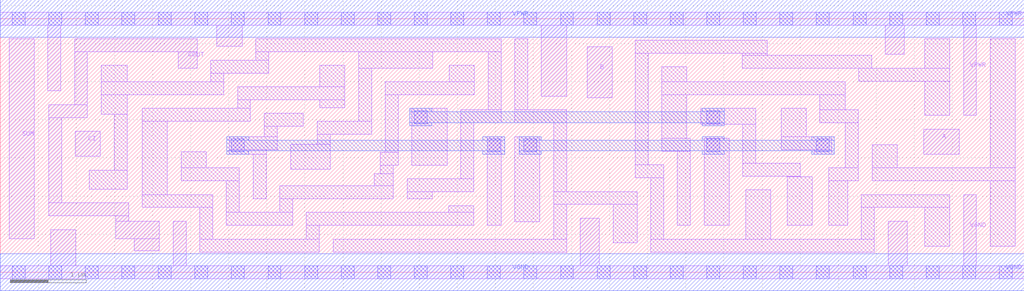
<source format=lef>
# Copyright 2020 The SkyWater PDK Authors
#
# Licensed under the Apache License, Version 2.0 (the "License");
# you may not use this file except in compliance with the License.
# You may obtain a copy of the License at
#
#     https://www.apache.org/licenses/LICENSE-2.0
#
# Unless required by applicable law or agreed to in writing, software
# distributed under the License is distributed on an "AS IS" BASIS,
# WITHOUT WARRANTIES OR CONDITIONS OF ANY KIND, either express or implied.
# See the License for the specific language governing permissions and
# limitations under the License.
#
# SPDX-License-Identifier: Apache-2.0

VERSION 5.7 ;
  NAMESCASESENSITIVE ON ;
  NOWIREEXTENSIONATPIN ON ;
  DIVIDERCHAR "/" ;
  BUSBITCHARS "[]" ;
UNITS
  DATABASE MICRONS 200 ;
END UNITS
MACRO sky130_fd_sc_lp__fah_1
  CLASS CORE ;
  SOURCE USER ;
  FOREIGN sky130_fd_sc_lp__fah_1 ;
  ORIGIN  0.000000  0.000000 ;
  SIZE  13.44000 BY  3.330000 ;
  SYMMETRY X Y R90 ;
  SITE unit ;
  PIN A
    ANTENNAGATEAREA  0.492000 ;
    DIRECTION INPUT ;
    USE SIGNAL ;
    PORT
      LAYER li1 ;
        RECT 12.125000 1.550000 12.590000 1.880000 ;
    END
  END A
  PIN B
    ANTENNAGATEAREA  0.759000 ;
    DIRECTION INPUT ;
    USE SIGNAL ;
    PORT
      LAYER li1 ;
        RECT 7.705000 2.290000 8.035000 2.960000 ;
    END
  END B
  PIN CI
    ANTENNAGATEAREA  0.246000 ;
    DIRECTION INPUT ;
    USE SIGNAL ;
    PORT
      LAYER li1 ;
        RECT 0.985000 1.520000 1.315000 1.850000 ;
    END
  END CI
  PIN COUT
    ANTENNADIFFAREA  0.598500 ;
    DIRECTION OUTPUT ;
    USE SIGNAL ;
    PORT
      LAYER li1 ;
        RECT 0.635000 0.740000 1.685000 0.910000 ;
        RECT 0.635000 0.910000 0.805000 2.030000 ;
        RECT 0.635000 2.030000 1.145000 2.200000 ;
        RECT 0.975000 2.200000 1.145000 2.895000 ;
        RECT 0.975000 2.895000 2.585000 3.065000 ;
        RECT 1.515000 0.440000 2.090000 0.670000 ;
        RECT 1.515000 0.670000 1.685000 0.740000 ;
        RECT 1.760000 0.280000 2.090000 0.440000 ;
        RECT 2.335000 2.680000 2.585000 2.895000 ;
    END
  END COUT
  PIN SUM
    ANTENNADIFFAREA  0.598500 ;
    DIRECTION OUTPUT ;
    USE SIGNAL ;
    PORT
      LAYER li1 ;
        RECT 0.115000 0.440000 0.445000 3.065000 ;
    END
  END SUM
  PIN VGND
    DIRECTION INOUT ;
    USE GROUND ;
    PORT
      LAYER li1 ;
        RECT  0.000000 -0.085000 13.440000 0.085000 ;
        RECT  0.660000  0.085000  0.990000 0.560000 ;
        RECT  2.270000  0.085000  2.440000 0.670000 ;
        RECT  7.615000  0.085000  7.865000 0.710000 ;
        RECT 11.655000  0.085000 11.905000 0.670000 ;
        RECT 12.645000  0.085000 12.815000 1.020000 ;
      LAYER mcon ;
        RECT  0.155000 -0.085000  0.325000 0.085000 ;
        RECT  0.635000 -0.085000  0.805000 0.085000 ;
        RECT  1.115000 -0.085000  1.285000 0.085000 ;
        RECT  1.595000 -0.085000  1.765000 0.085000 ;
        RECT  2.075000 -0.085000  2.245000 0.085000 ;
        RECT  2.555000 -0.085000  2.725000 0.085000 ;
        RECT  3.035000 -0.085000  3.205000 0.085000 ;
        RECT  3.515000 -0.085000  3.685000 0.085000 ;
        RECT  3.995000 -0.085000  4.165000 0.085000 ;
        RECT  4.475000 -0.085000  4.645000 0.085000 ;
        RECT  4.955000 -0.085000  5.125000 0.085000 ;
        RECT  5.435000 -0.085000  5.605000 0.085000 ;
        RECT  5.915000 -0.085000  6.085000 0.085000 ;
        RECT  6.395000 -0.085000  6.565000 0.085000 ;
        RECT  6.875000 -0.085000  7.045000 0.085000 ;
        RECT  7.355000 -0.085000  7.525000 0.085000 ;
        RECT  7.835000 -0.085000  8.005000 0.085000 ;
        RECT  8.315000 -0.085000  8.485000 0.085000 ;
        RECT  8.795000 -0.085000  8.965000 0.085000 ;
        RECT  9.275000 -0.085000  9.445000 0.085000 ;
        RECT  9.755000 -0.085000  9.925000 0.085000 ;
        RECT 10.235000 -0.085000 10.405000 0.085000 ;
        RECT 10.715000 -0.085000 10.885000 0.085000 ;
        RECT 11.195000 -0.085000 11.365000 0.085000 ;
        RECT 11.675000 -0.085000 11.845000 0.085000 ;
        RECT 12.155000 -0.085000 12.325000 0.085000 ;
        RECT 12.635000 -0.085000 12.805000 0.085000 ;
        RECT 13.115000 -0.085000 13.285000 0.085000 ;
      LAYER met1 ;
        RECT 0.000000 -0.245000 13.440000 0.245000 ;
    END
  END VGND
  PIN VPWR
    DIRECTION INOUT ;
    USE POWER ;
    PORT
      LAYER li1 ;
        RECT  0.000000 3.245000 13.440000 3.415000 ;
        RECT  0.625000 2.380000  0.795000 3.245000 ;
        RECT  2.845000 2.965000  3.175000 3.245000 ;
        RECT  7.105000 2.310000  7.435000 3.245000 ;
        RECT 11.620000 2.860000 11.870000 3.245000 ;
        RECT 12.645000 2.060000 12.815000 3.245000 ;
      LAYER mcon ;
        RECT  0.155000 3.245000  0.325000 3.415000 ;
        RECT  0.635000 3.245000  0.805000 3.415000 ;
        RECT  1.115000 3.245000  1.285000 3.415000 ;
        RECT  1.595000 3.245000  1.765000 3.415000 ;
        RECT  2.075000 3.245000  2.245000 3.415000 ;
        RECT  2.555000 3.245000  2.725000 3.415000 ;
        RECT  3.035000 3.245000  3.205000 3.415000 ;
        RECT  3.515000 3.245000  3.685000 3.415000 ;
        RECT  3.995000 3.245000  4.165000 3.415000 ;
        RECT  4.475000 3.245000  4.645000 3.415000 ;
        RECT  4.955000 3.245000  5.125000 3.415000 ;
        RECT  5.435000 3.245000  5.605000 3.415000 ;
        RECT  5.915000 3.245000  6.085000 3.415000 ;
        RECT  6.395000 3.245000  6.565000 3.415000 ;
        RECT  6.875000 3.245000  7.045000 3.415000 ;
        RECT  7.355000 3.245000  7.525000 3.415000 ;
        RECT  7.835000 3.245000  8.005000 3.415000 ;
        RECT  8.315000 3.245000  8.485000 3.415000 ;
        RECT  8.795000 3.245000  8.965000 3.415000 ;
        RECT  9.275000 3.245000  9.445000 3.415000 ;
        RECT  9.755000 3.245000  9.925000 3.415000 ;
        RECT 10.235000 3.245000 10.405000 3.415000 ;
        RECT 10.715000 3.245000 10.885000 3.415000 ;
        RECT 11.195000 3.245000 11.365000 3.415000 ;
        RECT 11.675000 3.245000 11.845000 3.415000 ;
        RECT 12.155000 3.245000 12.325000 3.415000 ;
        RECT 12.635000 3.245000 12.805000 3.415000 ;
        RECT 13.115000 3.245000 13.285000 3.415000 ;
      LAYER met1 ;
        RECT 0.000000 3.085000 13.440000 3.575000 ;
    END
  END VPWR
  OBS
    LAYER li1 ;
      RECT  1.170000 1.090000  1.665000 1.340000 ;
      RECT  1.325000 2.075000  1.665000 2.330000 ;
      RECT  1.325000 2.330000  2.935000 2.500000 ;
      RECT  1.325000 2.500000  1.665000 2.715000 ;
      RECT  1.495000 1.340000  1.665000 2.075000 ;
      RECT  1.865000 0.850000  2.790000 1.020000 ;
      RECT  1.865000 1.020000  2.195000 1.980000 ;
      RECT  1.865000 1.980000  3.285000 2.150000 ;
      RECT  2.375000 1.200000  3.140000 1.370000 ;
      RECT  2.375000 1.370000  2.705000 1.580000 ;
      RECT  2.620000 0.265000  4.190000 0.435000 ;
      RECT  2.620000 0.435000  2.790000 0.850000 ;
      RECT  2.765000 2.500000  2.935000 2.615000 ;
      RECT  2.765000 2.615000  3.525000 2.785000 ;
      RECT  2.970000 0.615000  3.840000 0.785000 ;
      RECT  2.970000 0.785000  3.140000 1.200000 ;
      RECT  3.005000 1.550000  3.490000 1.610000 ;
      RECT  3.005000 1.610000  3.635000 1.780000 ;
      RECT  3.115000 2.150000  3.285000 2.265000 ;
      RECT  3.115000 2.265000  4.525000 2.435000 ;
      RECT  3.320000 0.965000  3.490000 1.550000 ;
      RECT  3.355000 2.785000  3.525000 2.895000 ;
      RECT  3.355000 2.895000  6.575000 3.065000 ;
      RECT  3.465000 1.780000  3.635000 1.915000 ;
      RECT  3.465000 1.915000  3.980000 2.085000 ;
      RECT  3.670000 0.785000  3.840000 0.965000 ;
      RECT  3.670000 0.965000  5.160000 1.135000 ;
      RECT  3.815000 1.350000  4.330000 1.680000 ;
      RECT  4.020000 0.435000  4.190000 0.615000 ;
      RECT  4.020000 0.615000  6.215000 0.785000 ;
      RECT  4.160000 1.680000  4.330000 1.810000 ;
      RECT  4.160000 1.810000  4.875000 1.980000 ;
      RECT  4.195000 2.160000  4.525000 2.265000 ;
      RECT  4.195000 2.435000  4.525000 2.715000 ;
      RECT  4.370000 0.265000  7.435000 0.435000 ;
      RECT  4.705000 1.980000  4.875000 2.680000 ;
      RECT  4.705000 2.680000  5.680000 2.895000 ;
      RECT  4.910000 1.135000  5.160000 1.295000 ;
      RECT  4.990000 1.295000  5.160000 1.405000 ;
      RECT  4.990000 1.405000  5.225000 1.575000 ;
      RECT  5.055000 1.575000  5.225000 2.330000 ;
      RECT  5.055000 2.330000  6.225000 2.500000 ;
      RECT  5.340000 0.965000  5.670000 1.055000 ;
      RECT  5.340000 1.055000  6.215000 1.225000 ;
      RECT  5.405000 1.405000  5.865000 2.150000 ;
      RECT  5.885000 0.785000  6.215000 0.875000 ;
      RECT  5.895000 2.500000  6.225000 2.715000 ;
      RECT  6.045000 1.225000  6.215000 1.960000 ;
      RECT  6.045000 1.960000  6.575000 2.130000 ;
      RECT  6.395000 0.615000  6.575000 1.780000 ;
      RECT  6.405000 2.130000  6.575000 2.895000 ;
      RECT  6.755000 0.665000  7.085000 1.780000 ;
      RECT  6.755000 1.960000  7.435000 2.130000 ;
      RECT  6.755000 2.130000  6.925000 3.065000 ;
      RECT  7.265000 0.435000  7.435000 0.890000 ;
      RECT  7.265000 0.890000  8.360000 1.060000 ;
      RECT  7.265000 1.060000  7.435000 1.960000 ;
      RECT  8.045000 0.390000  8.360000 0.890000 ;
      RECT  8.335000 1.240000  8.710000 1.410000 ;
      RECT  8.335000 1.410000  8.505000 2.875000 ;
      RECT  8.335000 2.875000 10.070000 3.045000 ;
      RECT  8.540000 0.265000 11.475000 0.435000 ;
      RECT  8.540000 0.435000  8.710000 1.240000 ;
      RECT  8.685000 1.590000  9.060000 1.760000 ;
      RECT  8.685000 1.760000  9.015000 2.330000 ;
      RECT  8.685000 2.330000 11.090000 2.500000 ;
      RECT  8.685000 2.500000  9.015000 2.695000 ;
      RECT  8.890000 0.615000  9.060000 1.590000 ;
      RECT  9.195000 1.940000  9.920000 2.150000 ;
      RECT  9.240000 0.615000  9.570000 1.760000 ;
      RECT  9.740000 2.680000 11.440000 2.850000 ;
      RECT  9.740000 2.850000 10.070000 2.875000 ;
      RECT  9.750000 1.260000 10.500000 1.430000 ;
      RECT  9.750000 1.430000  9.920000 1.940000 ;
      RECT  9.785000 0.435000 10.115000 1.080000 ;
      RECT 10.250000 1.610000 10.915000 1.780000 ;
      RECT 10.250000 1.780000 10.580000 2.150000 ;
      RECT 10.330000 0.615000 10.660000 1.255000 ;
      RECT 10.330000 1.255000 10.500000 1.260000 ;
      RECT 10.685000 1.550000 10.915000 1.610000 ;
      RECT 10.760000 1.960000 11.265000 2.130000 ;
      RECT 10.760000 2.130000 11.090000 2.330000 ;
      RECT 10.875000 0.615000 11.125000 1.200000 ;
      RECT 10.875000 1.200000 11.265000 1.370000 ;
      RECT 11.095000 1.370000 11.265000 1.960000 ;
      RECT 11.270000 2.510000 12.465000 2.680000 ;
      RECT 11.305000 0.435000 11.475000 0.850000 ;
      RECT 11.305000 0.850000 12.465000 1.020000 ;
      RECT 11.445000 1.200000 13.325000 1.370000 ;
      RECT 11.445000 1.370000 11.775000 1.675000 ;
      RECT 12.135000 0.340000 12.465000 0.850000 ;
      RECT 12.135000 2.060000 12.465000 2.510000 ;
      RECT 12.135000 2.680000 12.465000 3.065000 ;
      RECT 12.995000 0.340000 13.325000 1.200000 ;
      RECT 12.995000 1.370000 13.325000 3.065000 ;
    LAYER mcon ;
      RECT  3.035000 1.580000  3.205000 1.750000 ;
      RECT  5.435000 1.950000  5.605000 2.120000 ;
      RECT  6.395000 1.580000  6.565000 1.750000 ;
      RECT  6.875000 1.580000  7.045000 1.750000 ;
      RECT  9.275000 1.580000  9.445000 1.750000 ;
      RECT  9.275000 1.950000  9.445000 2.120000 ;
      RECT 10.715000 1.580000 10.885000 1.750000 ;
    LAYER met1 ;
      RECT  2.975000 1.550000  3.265000 1.595000 ;
      RECT  2.975000 1.595000  6.625000 1.735000 ;
      RECT  2.975000 1.735000  3.265000 1.780000 ;
      RECT  5.375000 1.920000  5.665000 1.965000 ;
      RECT  5.375000 1.965000  9.505000 2.105000 ;
      RECT  5.375000 2.105000  5.665000 2.150000 ;
      RECT  6.335000 1.550000  6.625000 1.595000 ;
      RECT  6.335000 1.735000  6.625000 1.780000 ;
      RECT  6.815000 1.550000  7.105000 1.595000 ;
      RECT  6.815000 1.595000 10.945000 1.735000 ;
      RECT  6.815000 1.735000  7.105000 1.780000 ;
      RECT  9.215000 1.550000  9.505000 1.595000 ;
      RECT  9.215000 1.735000  9.505000 1.780000 ;
      RECT  9.215000 1.920000  9.505000 1.965000 ;
      RECT  9.215000 2.105000  9.505000 2.150000 ;
      RECT 10.655000 1.550000 10.945000 1.595000 ;
      RECT 10.655000 1.735000 10.945000 1.780000 ;
  END
END sky130_fd_sc_lp__fah_1

</source>
